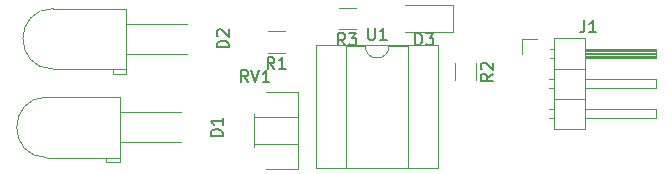
<source format=gbr>
%TF.GenerationSoftware,KiCad,Pcbnew,8.0.8*%
%TF.CreationDate,2025-01-25T13:23:04+05:30*%
%TF.ProjectId,ir sensor,69722073-656e-4736-9f72-2e6b69636164,rev?*%
%TF.SameCoordinates,Original*%
%TF.FileFunction,Legend,Top*%
%TF.FilePolarity,Positive*%
%FSLAX46Y46*%
G04 Gerber Fmt 4.6, Leading zero omitted, Abs format (unit mm)*
G04 Created by KiCad (PCBNEW 8.0.8) date 2025-01-25 13:23:04*
%MOMM*%
%LPD*%
G01*
G04 APERTURE LIST*
%ADD10C,0.150000*%
%ADD11C,0.120000*%
G04 APERTURE END LIST*
D10*
X217238095Y-72314819D02*
X217238095Y-73124342D01*
X217238095Y-73124342D02*
X217285714Y-73219580D01*
X217285714Y-73219580D02*
X217333333Y-73267200D01*
X217333333Y-73267200D02*
X217428571Y-73314819D01*
X217428571Y-73314819D02*
X217619047Y-73314819D01*
X217619047Y-73314819D02*
X217714285Y-73267200D01*
X217714285Y-73267200D02*
X217761904Y-73219580D01*
X217761904Y-73219580D02*
X217809523Y-73124342D01*
X217809523Y-73124342D02*
X217809523Y-72314819D01*
X218809523Y-73314819D02*
X218238095Y-73314819D01*
X218523809Y-73314819D02*
X218523809Y-72314819D01*
X218523809Y-72314819D02*
X218428571Y-72457676D01*
X218428571Y-72457676D02*
X218333333Y-72552914D01*
X218333333Y-72552914D02*
X218238095Y-72600533D01*
X207079761Y-76894819D02*
X206746428Y-76418628D01*
X206508333Y-76894819D02*
X206508333Y-75894819D01*
X206508333Y-75894819D02*
X206889285Y-75894819D01*
X206889285Y-75894819D02*
X206984523Y-75942438D01*
X206984523Y-75942438D02*
X207032142Y-75990057D01*
X207032142Y-75990057D02*
X207079761Y-76085295D01*
X207079761Y-76085295D02*
X207079761Y-76228152D01*
X207079761Y-76228152D02*
X207032142Y-76323390D01*
X207032142Y-76323390D02*
X206984523Y-76371009D01*
X206984523Y-76371009D02*
X206889285Y-76418628D01*
X206889285Y-76418628D02*
X206508333Y-76418628D01*
X207365476Y-75894819D02*
X207698809Y-76894819D01*
X207698809Y-76894819D02*
X208032142Y-75894819D01*
X208889285Y-76894819D02*
X208317857Y-76894819D01*
X208603571Y-76894819D02*
X208603571Y-75894819D01*
X208603571Y-75894819D02*
X208508333Y-76037676D01*
X208508333Y-76037676D02*
X208413095Y-76132914D01*
X208413095Y-76132914D02*
X208317857Y-76180533D01*
X215295833Y-73774819D02*
X214962500Y-73298628D01*
X214724405Y-73774819D02*
X214724405Y-72774819D01*
X214724405Y-72774819D02*
X215105357Y-72774819D01*
X215105357Y-72774819D02*
X215200595Y-72822438D01*
X215200595Y-72822438D02*
X215248214Y-72870057D01*
X215248214Y-72870057D02*
X215295833Y-72965295D01*
X215295833Y-72965295D02*
X215295833Y-73108152D01*
X215295833Y-73108152D02*
X215248214Y-73203390D01*
X215248214Y-73203390D02*
X215200595Y-73251009D01*
X215200595Y-73251009D02*
X215105357Y-73298628D01*
X215105357Y-73298628D02*
X214724405Y-73298628D01*
X215629167Y-72774819D02*
X216248214Y-72774819D01*
X216248214Y-72774819D02*
X215914881Y-73155771D01*
X215914881Y-73155771D02*
X216057738Y-73155771D01*
X216057738Y-73155771D02*
X216152976Y-73203390D01*
X216152976Y-73203390D02*
X216200595Y-73251009D01*
X216200595Y-73251009D02*
X216248214Y-73346247D01*
X216248214Y-73346247D02*
X216248214Y-73584342D01*
X216248214Y-73584342D02*
X216200595Y-73679580D01*
X216200595Y-73679580D02*
X216152976Y-73727200D01*
X216152976Y-73727200D02*
X216057738Y-73774819D01*
X216057738Y-73774819D02*
X215772024Y-73774819D01*
X215772024Y-73774819D02*
X215676786Y-73727200D01*
X215676786Y-73727200D02*
X215629167Y-73679580D01*
X227774819Y-76204166D02*
X227298628Y-76537499D01*
X227774819Y-76775594D02*
X226774819Y-76775594D01*
X226774819Y-76775594D02*
X226774819Y-76394642D01*
X226774819Y-76394642D02*
X226822438Y-76299404D01*
X226822438Y-76299404D02*
X226870057Y-76251785D01*
X226870057Y-76251785D02*
X226965295Y-76204166D01*
X226965295Y-76204166D02*
X227108152Y-76204166D01*
X227108152Y-76204166D02*
X227203390Y-76251785D01*
X227203390Y-76251785D02*
X227251009Y-76299404D01*
X227251009Y-76299404D02*
X227298628Y-76394642D01*
X227298628Y-76394642D02*
X227298628Y-76775594D01*
X226870057Y-75823213D02*
X226822438Y-75775594D01*
X226822438Y-75775594D02*
X226774819Y-75680356D01*
X226774819Y-75680356D02*
X226774819Y-75442261D01*
X226774819Y-75442261D02*
X226822438Y-75347023D01*
X226822438Y-75347023D02*
X226870057Y-75299404D01*
X226870057Y-75299404D02*
X226965295Y-75251785D01*
X226965295Y-75251785D02*
X227060533Y-75251785D01*
X227060533Y-75251785D02*
X227203390Y-75299404D01*
X227203390Y-75299404D02*
X227774819Y-75870832D01*
X227774819Y-75870832D02*
X227774819Y-75251785D01*
X209295833Y-75774819D02*
X208962500Y-75298628D01*
X208724405Y-75774819D02*
X208724405Y-74774819D01*
X208724405Y-74774819D02*
X209105357Y-74774819D01*
X209105357Y-74774819D02*
X209200595Y-74822438D01*
X209200595Y-74822438D02*
X209248214Y-74870057D01*
X209248214Y-74870057D02*
X209295833Y-74965295D01*
X209295833Y-74965295D02*
X209295833Y-75108152D01*
X209295833Y-75108152D02*
X209248214Y-75203390D01*
X209248214Y-75203390D02*
X209200595Y-75251009D01*
X209200595Y-75251009D02*
X209105357Y-75298628D01*
X209105357Y-75298628D02*
X208724405Y-75298628D01*
X210248214Y-75774819D02*
X209676786Y-75774819D01*
X209962500Y-75774819D02*
X209962500Y-74774819D01*
X209962500Y-74774819D02*
X209867262Y-74917676D01*
X209867262Y-74917676D02*
X209772024Y-75012914D01*
X209772024Y-75012914D02*
X209676786Y-75060533D01*
X221249405Y-73774819D02*
X221249405Y-72774819D01*
X221249405Y-72774819D02*
X221487500Y-72774819D01*
X221487500Y-72774819D02*
X221630357Y-72822438D01*
X221630357Y-72822438D02*
X221725595Y-72917676D01*
X221725595Y-72917676D02*
X221773214Y-73012914D01*
X221773214Y-73012914D02*
X221820833Y-73203390D01*
X221820833Y-73203390D02*
X221820833Y-73346247D01*
X221820833Y-73346247D02*
X221773214Y-73536723D01*
X221773214Y-73536723D02*
X221725595Y-73631961D01*
X221725595Y-73631961D02*
X221630357Y-73727200D01*
X221630357Y-73727200D02*
X221487500Y-73774819D01*
X221487500Y-73774819D02*
X221249405Y-73774819D01*
X222154167Y-72774819D02*
X222773214Y-72774819D01*
X222773214Y-72774819D02*
X222439881Y-73155771D01*
X222439881Y-73155771D02*
X222582738Y-73155771D01*
X222582738Y-73155771D02*
X222677976Y-73203390D01*
X222677976Y-73203390D02*
X222725595Y-73251009D01*
X222725595Y-73251009D02*
X222773214Y-73346247D01*
X222773214Y-73346247D02*
X222773214Y-73584342D01*
X222773214Y-73584342D02*
X222725595Y-73679580D01*
X222725595Y-73679580D02*
X222677976Y-73727200D01*
X222677976Y-73727200D02*
X222582738Y-73774819D01*
X222582738Y-73774819D02*
X222297024Y-73774819D01*
X222297024Y-73774819D02*
X222201786Y-73727200D01*
X222201786Y-73727200D02*
X222154167Y-73679580D01*
X205439819Y-73968094D02*
X204439819Y-73968094D01*
X204439819Y-73968094D02*
X204439819Y-73729999D01*
X204439819Y-73729999D02*
X204487438Y-73587142D01*
X204487438Y-73587142D02*
X204582676Y-73491904D01*
X204582676Y-73491904D02*
X204677914Y-73444285D01*
X204677914Y-73444285D02*
X204868390Y-73396666D01*
X204868390Y-73396666D02*
X205011247Y-73396666D01*
X205011247Y-73396666D02*
X205201723Y-73444285D01*
X205201723Y-73444285D02*
X205296961Y-73491904D01*
X205296961Y-73491904D02*
X205392200Y-73587142D01*
X205392200Y-73587142D02*
X205439819Y-73729999D01*
X205439819Y-73729999D02*
X205439819Y-73968094D01*
X204535057Y-73015713D02*
X204487438Y-72968094D01*
X204487438Y-72968094D02*
X204439819Y-72872856D01*
X204439819Y-72872856D02*
X204439819Y-72634761D01*
X204439819Y-72634761D02*
X204487438Y-72539523D01*
X204487438Y-72539523D02*
X204535057Y-72491904D01*
X204535057Y-72491904D02*
X204630295Y-72444285D01*
X204630295Y-72444285D02*
X204725533Y-72444285D01*
X204725533Y-72444285D02*
X204868390Y-72491904D01*
X204868390Y-72491904D02*
X205439819Y-73063332D01*
X205439819Y-73063332D02*
X205439819Y-72444285D01*
X204914819Y-81468094D02*
X203914819Y-81468094D01*
X203914819Y-81468094D02*
X203914819Y-81229999D01*
X203914819Y-81229999D02*
X203962438Y-81087142D01*
X203962438Y-81087142D02*
X204057676Y-80991904D01*
X204057676Y-80991904D02*
X204152914Y-80944285D01*
X204152914Y-80944285D02*
X204343390Y-80896666D01*
X204343390Y-80896666D02*
X204486247Y-80896666D01*
X204486247Y-80896666D02*
X204676723Y-80944285D01*
X204676723Y-80944285D02*
X204771961Y-80991904D01*
X204771961Y-80991904D02*
X204867200Y-81087142D01*
X204867200Y-81087142D02*
X204914819Y-81229999D01*
X204914819Y-81229999D02*
X204914819Y-81468094D01*
X204914819Y-79944285D02*
X204914819Y-80515713D01*
X204914819Y-80229999D02*
X203914819Y-80229999D01*
X203914819Y-80229999D02*
X204057676Y-80325237D01*
X204057676Y-80325237D02*
X204152914Y-80420475D01*
X204152914Y-80420475D02*
X204200533Y-80515713D01*
X235551666Y-71684819D02*
X235551666Y-72399104D01*
X235551666Y-72399104D02*
X235504047Y-72541961D01*
X235504047Y-72541961D02*
X235408809Y-72637200D01*
X235408809Y-72637200D02*
X235265952Y-72684819D01*
X235265952Y-72684819D02*
X235170714Y-72684819D01*
X236551666Y-72684819D02*
X235980238Y-72684819D01*
X236265952Y-72684819D02*
X236265952Y-71684819D01*
X236265952Y-71684819D02*
X236170714Y-71827676D01*
X236170714Y-71827676D02*
X236075476Y-71922914D01*
X236075476Y-71922914D02*
X235980238Y-71970533D01*
D11*
%TO.C,U1*%
X212860000Y-73800000D02*
X212860000Y-84200000D01*
X212860000Y-84200000D02*
X223140000Y-84200000D01*
X215350000Y-73860000D02*
X215350000Y-84140000D01*
X215350000Y-84140000D02*
X220650000Y-84140000D01*
X217000000Y-73860000D02*
X215350000Y-73860000D01*
X220650000Y-73860000D02*
X219000000Y-73860000D01*
X220650000Y-84140000D02*
X220650000Y-73860000D01*
X223140000Y-73800000D02*
X212860000Y-73800000D01*
X223140000Y-84200000D02*
X223140000Y-73800000D01*
X219000000Y-73860000D02*
G75*
G02*
X217000000Y-73860000I-1000000J0D01*
G01*
%TO.C,RV1*%
X207554000Y-79566000D02*
X207554000Y-82435000D01*
X207554000Y-79880000D02*
X207554000Y-82120000D01*
X207554000Y-79880000D02*
X211295000Y-79880000D01*
X207554000Y-82120000D02*
X211295000Y-82120000D01*
X208600000Y-77730000D02*
X211295000Y-77730000D01*
X208600000Y-84270000D02*
X211295000Y-84270000D01*
X211295000Y-77730000D02*
X211295000Y-84270000D01*
X211295000Y-79880000D02*
X211295000Y-82120000D01*
%TO.C,R3*%
X216189564Y-72410000D02*
X214735436Y-72410000D01*
X216189564Y-70590000D02*
X214735436Y-70590000D01*
%TO.C,R2*%
X226410000Y-75310436D02*
X226410000Y-76764564D01*
X224590000Y-75310436D02*
X224590000Y-76764564D01*
%TO.C,R1*%
X210189564Y-74410000D02*
X208735436Y-74410000D01*
X210189564Y-72590000D02*
X208735436Y-72590000D01*
%TO.C,D3*%
X220387500Y-72635000D02*
X224447500Y-72635000D01*
X224447500Y-70365000D02*
X220387500Y-70365000D01*
X224447500Y-72635000D02*
X224447500Y-70365000D01*
%TO.C,D2*%
X190575000Y-75790000D02*
G75*
G02*
X190575000Y-70670000I0J2560000D01*
G01*
X195615000Y-76190000D02*
X195615000Y-75790000D01*
X196735000Y-76190000D02*
X195615000Y-76190000D01*
X195615000Y-75790000D02*
X196735000Y-75790000D01*
X196735000Y-75790000D02*
X196735000Y-76190000D01*
X196735000Y-75790000D02*
X190575000Y-75790000D01*
X196735000Y-74500000D02*
X196735000Y-74500000D01*
X196735000Y-74500000D02*
X201945000Y-74500000D01*
X201945000Y-74500000D02*
X196735000Y-74500000D01*
X201945000Y-74500000D02*
X201945000Y-74500000D01*
X196735000Y-71960000D02*
X196735000Y-71960000D01*
X196735000Y-71960000D02*
X201945000Y-71960000D01*
X201945000Y-71960000D02*
X196735000Y-71960000D01*
X201945000Y-71960000D02*
X201945000Y-71960000D01*
X196735000Y-70670000D02*
X196735000Y-75790000D01*
X196735000Y-70670000D02*
X190575000Y-70670000D01*
%TO.C,D1*%
X196210000Y-78170000D02*
X190050000Y-78170000D01*
X196210000Y-78170000D02*
X196210000Y-83290000D01*
X201420000Y-79460000D02*
X201420000Y-79460000D01*
X201420000Y-79460000D02*
X196210000Y-79460000D01*
X196210000Y-79460000D02*
X201420000Y-79460000D01*
X196210000Y-79460000D02*
X196210000Y-79460000D01*
X201420000Y-82000000D02*
X201420000Y-82000000D01*
X201420000Y-82000000D02*
X196210000Y-82000000D01*
X196210000Y-82000000D02*
X201420000Y-82000000D01*
X196210000Y-82000000D02*
X196210000Y-82000000D01*
X196210000Y-83290000D02*
X190050000Y-83290000D01*
X196210000Y-83290000D02*
X196210000Y-83690000D01*
X195090000Y-83290000D02*
X196210000Y-83290000D01*
X196210000Y-83690000D02*
X195090000Y-83690000D01*
X195090000Y-83690000D02*
X195090000Y-83290000D01*
X190050000Y-83290000D02*
G75*
G02*
X190050000Y-78170000I0J2560000D01*
G01*
%TO.C,J1*%
X230230000Y-73230000D02*
X231500000Y-73230000D01*
X230230000Y-74500000D02*
X230230000Y-73230000D01*
X232542929Y-76660000D02*
X232940000Y-76660000D01*
X232542929Y-77420000D02*
X232940000Y-77420000D01*
X232542929Y-79200000D02*
X232940000Y-79200000D01*
X232542929Y-79960000D02*
X232940000Y-79960000D01*
X232610000Y-74120000D02*
X232940000Y-74120000D01*
X232610000Y-74880000D02*
X232940000Y-74880000D01*
X232940000Y-73170000D02*
X232940000Y-80910000D01*
X232940000Y-75770000D02*
X235600000Y-75770000D01*
X232940000Y-78310000D02*
X235600000Y-78310000D01*
X232940000Y-80910000D02*
X235600000Y-80910000D01*
X235600000Y-73170000D02*
X232940000Y-73170000D01*
X235600000Y-74120000D02*
X241600000Y-74120000D01*
X235600000Y-74180000D02*
X241600000Y-74180000D01*
X235600000Y-74300000D02*
X241600000Y-74300000D01*
X235600000Y-74420000D02*
X241600000Y-74420000D01*
X235600000Y-74540000D02*
X241600000Y-74540000D01*
X235600000Y-74660000D02*
X241600000Y-74660000D01*
X235600000Y-74780000D02*
X241600000Y-74780000D01*
X235600000Y-76660000D02*
X241600000Y-76660000D01*
X235600000Y-79200000D02*
X241600000Y-79200000D01*
X235600000Y-80910000D02*
X235600000Y-73170000D01*
X241600000Y-74120000D02*
X241600000Y-74880000D01*
X241600000Y-74880000D02*
X235600000Y-74880000D01*
X241600000Y-76660000D02*
X241600000Y-77420000D01*
X241600000Y-77420000D02*
X235600000Y-77420000D01*
X241600000Y-79200000D02*
X241600000Y-79960000D01*
X241600000Y-79960000D02*
X235600000Y-79960000D01*
%TD*%
M02*

</source>
